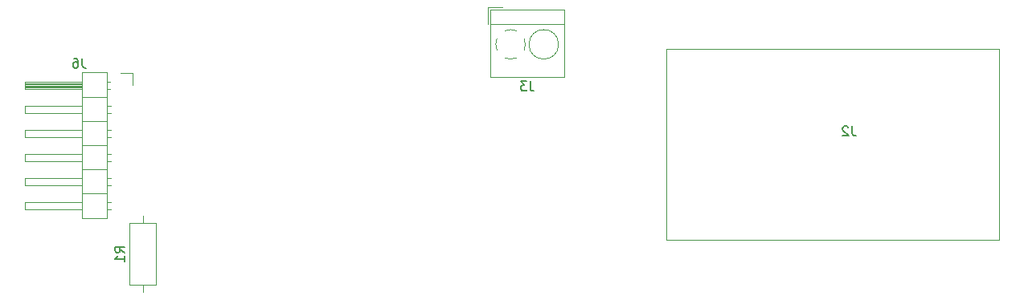
<source format=gbr>
%TF.GenerationSoftware,KiCad,Pcbnew,(6.0.9-0)*%
%TF.CreationDate,2023-02-26T22:19:27+01:00*%
%TF.ProjectId,FilamentSpoolScale,46696c61-6d65-46e7-9453-706f6f6c5363,rev?*%
%TF.SameCoordinates,Original*%
%TF.FileFunction,Legend,Bot*%
%TF.FilePolarity,Positive*%
%FSLAX46Y46*%
G04 Gerber Fmt 4.6, Leading zero omitted, Abs format (unit mm)*
G04 Created by KiCad (PCBNEW (6.0.9-0)) date 2023-02-26 22:19:27*
%MOMM*%
%LPD*%
G01*
G04 APERTURE LIST*
%ADD10C,0.150000*%
%ADD11C,0.120000*%
G04 APERTURE END LIST*
D10*
%TO.C,J3*%
X80333333Y-40762380D02*
X80333333Y-41476666D01*
X80380952Y-41619523D01*
X80476190Y-41714761D01*
X80619047Y-41762380D01*
X80714285Y-41762380D01*
X79952380Y-40762380D02*
X79333333Y-40762380D01*
X79666666Y-41143333D01*
X79523809Y-41143333D01*
X79428571Y-41190952D01*
X79380952Y-41238571D01*
X79333333Y-41333809D01*
X79333333Y-41571904D01*
X79380952Y-41667142D01*
X79428571Y-41714761D01*
X79523809Y-41762380D01*
X79809523Y-41762380D01*
X79904761Y-41714761D01*
X79952380Y-41667142D01*
%TO.C,J6*%
X33148333Y-38332380D02*
X33148333Y-39046666D01*
X33195952Y-39189523D01*
X33291190Y-39284761D01*
X33434047Y-39332380D01*
X33529285Y-39332380D01*
X32243571Y-38332380D02*
X32434047Y-38332380D01*
X32529285Y-38380000D01*
X32576904Y-38427619D01*
X32672142Y-38570476D01*
X32719761Y-38760952D01*
X32719761Y-39141904D01*
X32672142Y-39237142D01*
X32624523Y-39284761D01*
X32529285Y-39332380D01*
X32338809Y-39332380D01*
X32243571Y-39284761D01*
X32195952Y-39237142D01*
X32148333Y-39141904D01*
X32148333Y-38903809D01*
X32195952Y-38808571D01*
X32243571Y-38760952D01*
X32338809Y-38713333D01*
X32529285Y-38713333D01*
X32624523Y-38760952D01*
X32672142Y-38808571D01*
X32719761Y-38903809D01*
%TO.C,J2*%
X114233333Y-45502380D02*
X114233333Y-46216666D01*
X114280952Y-46359523D01*
X114376190Y-46454761D01*
X114519047Y-46502380D01*
X114614285Y-46502380D01*
X113804761Y-45597619D02*
X113757142Y-45550000D01*
X113661904Y-45502380D01*
X113423809Y-45502380D01*
X113328571Y-45550000D01*
X113280952Y-45597619D01*
X113233333Y-45692857D01*
X113233333Y-45788095D01*
X113280952Y-45930952D01*
X113852380Y-46502380D01*
X113233333Y-46502380D01*
%TO.C,R1*%
X37582380Y-58813333D02*
X37106190Y-58480000D01*
X37582380Y-58241904D02*
X36582380Y-58241904D01*
X36582380Y-58622857D01*
X36630000Y-58718095D01*
X36677619Y-58765714D01*
X36772857Y-58813333D01*
X36915714Y-58813333D01*
X37010952Y-58765714D01*
X37058571Y-58718095D01*
X37106190Y-58622857D01*
X37106190Y-58241904D01*
X37582380Y-59765714D02*
X37582380Y-59194285D01*
X37582380Y-59480000D02*
X36582380Y-59480000D01*
X36725238Y-59384761D01*
X36820476Y-59289523D01*
X36868095Y-59194285D01*
D11*
%TO.C,J3*%
X75850000Y-32950000D02*
X77350000Y-32950000D01*
X76090000Y-40310000D02*
X83910000Y-40310000D01*
X76090000Y-34750000D02*
X83910000Y-34750000D01*
X76090000Y-40310000D02*
X76090000Y-33190000D01*
X75850000Y-34690000D02*
X75850000Y-32950000D01*
X76090000Y-33190000D02*
X83910000Y-33190000D01*
X83910000Y-40310000D02*
X83910000Y-33190000D01*
X79682109Y-37457742D02*
G75*
G03*
X79682000Y-36242000I-1432112J607743D01*
G01*
X78277011Y-35294507D02*
G75*
G03*
X77642000Y-35418000I-27013J-1555481D01*
G01*
X76817891Y-36242258D02*
G75*
G03*
X76818000Y-37458000I1432109J-607742D01*
G01*
X77642258Y-38282109D02*
G75*
G03*
X78858000Y-38282000I607742J1432109D01*
G01*
X78857587Y-35418615D02*
G75*
G03*
X78250000Y-35295000I-607587J-1431385D01*
G01*
X83305000Y-36850000D02*
G75*
G03*
X83305000Y-36850000I-1555000J0D01*
G01*
%TO.C,J6*%
X35760000Y-55180000D02*
X33100000Y-55180000D01*
X36157071Y-48390000D02*
X35760000Y-48390000D01*
X33100000Y-48390000D02*
X27100000Y-48390000D01*
X33100000Y-41190000D02*
X27100000Y-41190000D01*
X33100000Y-39820000D02*
X35760000Y-39820000D01*
X33100000Y-40830000D02*
X27100000Y-40830000D01*
X36157071Y-46610000D02*
X35760000Y-46610000D01*
X27100000Y-51690000D02*
X33100000Y-51690000D01*
X35760000Y-39820000D02*
X35760000Y-55180000D01*
X36090000Y-41530000D02*
X35760000Y-41530000D01*
X27100000Y-44070000D02*
X33100000Y-44070000D01*
X38470000Y-39880000D02*
X37200000Y-39880000D01*
X33100000Y-53470000D02*
X27100000Y-53470000D01*
X27100000Y-49150000D02*
X33100000Y-49150000D01*
X27100000Y-50930000D02*
X27100000Y-51690000D01*
X33100000Y-45850000D02*
X27100000Y-45850000D01*
X33100000Y-50930000D02*
X27100000Y-50930000D01*
X27100000Y-48390000D02*
X27100000Y-49150000D01*
X33100000Y-41430000D02*
X27100000Y-41430000D01*
X36157071Y-53470000D02*
X35760000Y-53470000D01*
X33100000Y-40770000D02*
X27100000Y-40770000D01*
X36157071Y-45850000D02*
X35760000Y-45850000D01*
X36157071Y-49150000D02*
X35760000Y-49150000D01*
X27100000Y-54230000D02*
X33100000Y-54230000D01*
X35760000Y-42420000D02*
X33100000Y-42420000D01*
X27100000Y-45850000D02*
X27100000Y-46610000D01*
X38470000Y-41150000D02*
X38470000Y-39880000D01*
X27100000Y-40770000D02*
X27100000Y-41530000D01*
X35760000Y-52580000D02*
X33100000Y-52580000D01*
X27100000Y-46610000D02*
X33100000Y-46610000D01*
X27100000Y-53470000D02*
X27100000Y-54230000D01*
X36157071Y-44070000D02*
X35760000Y-44070000D01*
X35760000Y-47500000D02*
X33100000Y-47500000D01*
X33100000Y-41310000D02*
X27100000Y-41310000D01*
X36090000Y-40770000D02*
X35760000Y-40770000D01*
X33100000Y-41070000D02*
X27100000Y-41070000D01*
X33100000Y-40950000D02*
X27100000Y-40950000D01*
X35760000Y-50040000D02*
X33100000Y-50040000D01*
X36157071Y-43310000D02*
X35760000Y-43310000D01*
X36157071Y-51690000D02*
X35760000Y-51690000D01*
X35760000Y-44960000D02*
X33100000Y-44960000D01*
X27100000Y-41530000D02*
X33100000Y-41530000D01*
X36157071Y-54230000D02*
X35760000Y-54230000D01*
X36157071Y-50930000D02*
X35760000Y-50930000D01*
X33100000Y-55180000D02*
X33100000Y-39820000D01*
X33100000Y-43310000D02*
X27100000Y-43310000D01*
X27100000Y-43310000D02*
X27100000Y-44070000D01*
%TO.C,J2*%
X129700000Y-57450000D02*
X94700000Y-57450000D01*
X94700000Y-37350000D02*
X129700000Y-37350000D01*
X129700000Y-37350000D02*
X129700000Y-57450000D01*
X94700000Y-57450000D02*
X94700000Y-37350000D01*
%TO.C,R1*%
X40870000Y-62250000D02*
X38130000Y-62250000D01*
X40870000Y-55710000D02*
X40870000Y-62250000D01*
X38130000Y-55710000D02*
X40870000Y-55710000D01*
X39500000Y-54940000D02*
X39500000Y-55710000D01*
X39500000Y-63020000D02*
X39500000Y-62250000D01*
X38130000Y-62250000D02*
X38130000Y-55710000D01*
%TD*%
M02*

</source>
